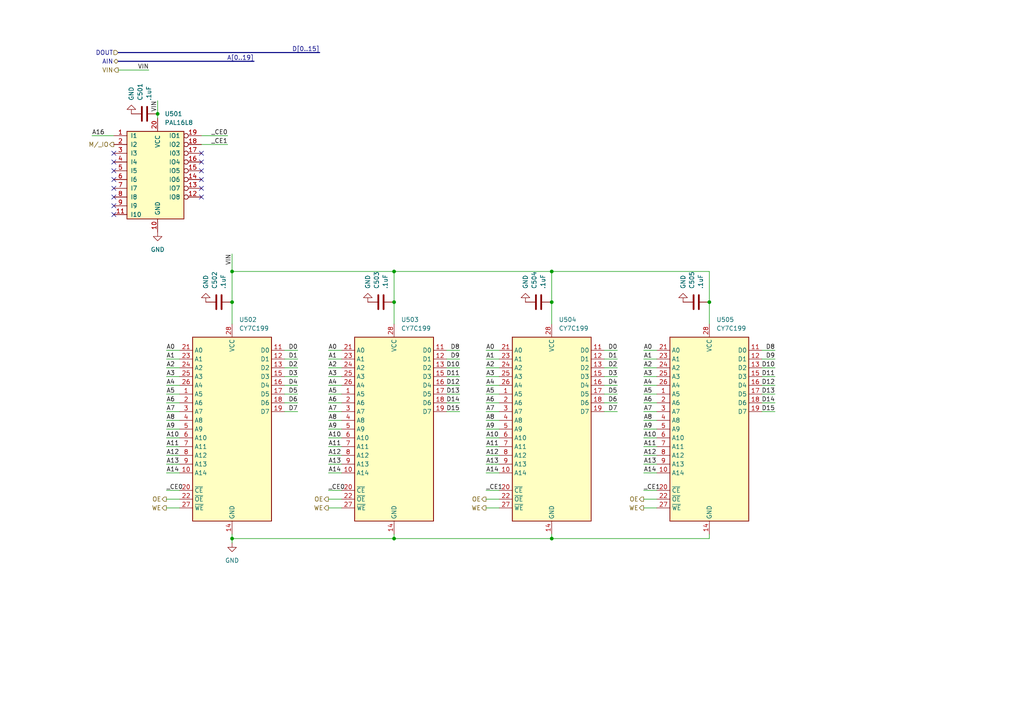
<source format=kicad_sch>
(kicad_sch (version 20211123) (generator eeschema)
  (paper "A4")
  (lib_symbols
    (symbol "Device:C" (pin_numbers hide) (pin_names (offset 0.254))
      (property "Reference" "C" (at 0.635 2.54 0))
      (property "Value" "C" (at 0.635 -2.54 0))
      (symbol "C_0_1"
        (polyline (pts (xy -2.032 -0.762) (xy 2.032 -0.762)) (stroke (width 0.508)))
        (polyline (pts (xy -2.032 0.762) (xy 2.032 0.762)) (stroke (width 0.508)))
      )
      (symbol "C_1_1"
        (pin passive line (at 0 3.81 270) (length 2.794) (name "~") (number "1"))
        (pin passive line (at 0 -3.81 90) (length 2.794) (name "~") (number "2"))
      )
    )
    (symbol "Logic_Programmable:PAL16L8" (pin_names (offset 1.016))
      (property "Reference" "U" (at -8.89 16.51 0))
      (property "Value" "PAL16L8" (at 1.27 16.51 0))
      (symbol "PAL16L8_0_0"
        (pin power_in line (at 0 -15.24 90) (length 3.81) (name "GND") (number "10"))
        (pin power_in line (at 0 17.78 270) (length 3.81) (name "VCC") (number "20"))
      )
      (symbol "PAL16L8_0_1"
        (rectangle (start -8.89 13.97) (end 7.62 -11.43) (stroke (width 0.254)) (fill (type background)))
      )
      (symbol "PAL16L8_1_1"
        (pin input line (at -12.7 12.7 0) (length 3.81) (name "I1") (number "1"))
        (pin input line (at -12.7 -10.16 0) (length 3.81) (name "I10") (number "11"))
        (pin tri_state inverted (at 12.7 -5.08 180) (length 5.08) (name "IO8") (number "12"))
        (pin tri_state inverted (at 12.7 -2.54 180) (length 5.08) (name "IO7") (number "13"))
        (pin tri_state inverted (at 12.7 0 180) (length 5.08) (name "IO6") (number "14"))
        (pin tri_state inverted (at 12.7 2.54 180) (length 5.08) (name "IO5") (number "15"))
        (pin tri_state inverted (at 12.7 5.08 180) (length 5.08) (name "IO4") (number "16"))
        (pin tri_state inverted (at 12.7 7.62 180) (length 5.08) (name "I03") (number "17"))
        (pin tri_state inverted (at 12.7 10.16 180) (length 5.08) (name "IO2") (number "18"))
        (pin tri_state inverted (at 12.7 12.7 180) (length 5.08) (name "IO1") (number "19"))
        (pin input line (at -12.7 10.16 0) (length 3.81) (name "I2") (number "2"))
        (pin input line (at -12.7 7.62 0) (length 3.81) (name "I3") (number "3"))
        (pin input line (at -12.7 5.08 0) (length 3.81) (name "I4") (number "4"))
        (pin input line (at -12.7 2.54 0) (length 3.81) (name "I5") (number "5"))
        (pin input line (at -12.7 0 0) (length 3.81) (name "I6") (number "6"))
        (pin input line (at -12.7 -2.54 0) (length 3.81) (name "I7") (number "7"))
        (pin input line (at -12.7 -5.08 0) (length 3.81) (name "I8") (number "8"))
        (pin input line (at -12.7 -7.62 0) (length 3.81) (name "I9") (number "9"))
      )
    )
    (symbol "Memory_RAM:CY7C199"
      (property "Reference" "U" (at -11.43 27.94 0))
      (property "Value" "CY7C199" (at 3.81 27.94 0))
      (symbol "CY7C199_0_0"
        (pin power_in line (at 0 -30.48 90) (length 3.81) (name "GND") (number "14"))
        (pin power_in line (at 0 30.48 270) (length 3.81) (name "VCC") (number "28"))
      )
      (symbol "CY7C199_0_1"
        (rectangle (start -11.43 26.67) (end 11.43 -26.67) (stroke (width 0.254)) (fill (type background)))
      )
      (symbol "CY7C199_1_1"
        (pin input line (at -15.24 10.16 0) (length 3.81) (name "A5") (number "1"))
        (pin input line (at -15.24 -12.7 0) (length 3.81) (name "A14") (number "10"))
        (pin tri_state line (at 15.24 22.86 180) (length 3.81) (name "D0") (number "11"))
        (pin tri_state line (at 15.24 20.32 180) (length 3.81) (name "D1") (number "12"))
        (pin tri_state line (at 15.24 17.78 180) (length 3.81) (name "D2") (number "13"))
        (pin tri_state line (at 15.24 15.24 180) (length 3.81) (name "D3") (number "15"))
        (pin tri_state line (at 15.24 12.7 180) (length 3.81) (name "D4") (number "16"))
        (pin tri_state line (at 15.24 10.16 180) (length 3.81) (name "D5") (number "17"))
        (pin tri_state line (at 15.24 7.62 180) (length 3.81) (name "D6") (number "18"))
        (pin tri_state line (at 15.24 5.08 180) (length 3.81) (name "D7") (number "19"))
        (pin input line (at -15.24 7.62 0) (length 3.81) (name "A6") (number "2"))
        (pin input line (at -15.24 -17.78 0) (length 3.81) (name "~{CE}") (number "20"))
        (pin input line (at -15.24 22.86 0) (length 3.81) (name "A0") (number "21"))
        (pin input line (at -15.24 -20.32 0) (length 3.81) (name "~{OE}") (number "22"))
        (pin input line (at -15.24 20.32 0) (length 3.81) (name "A1") (number "23"))
        (pin input line (at -15.24 17.78 0) (length 3.81) (name "A2") (number "24"))
        (pin input line (at -15.24 15.24 0) (length 3.81) (name "A3") (number "25"))
        (pin input line (at -15.24 12.7 0) (length 3.81) (name "A4") (number "26"))
        (pin input line (at -15.24 -22.86 0) (length 3.81) (name "~{WE}") (number "27"))
        (pin input line (at -15.24 5.08 0) (length 3.81) (name "A7") (number "3"))
        (pin input line (at -15.24 2.54 0) (length 3.81) (name "A8") (number "4"))
        (pin input line (at -15.24 0 0) (length 3.81) (name "A9") (number "5"))
        (pin input line (at -15.24 -2.54 0) (length 3.81) (name "A10") (number "6"))
        (pin input line (at -15.24 -5.08 0) (length 3.81) (name "A11") (number "7"))
        (pin input line (at -15.24 -7.62 0) (length 3.81) (name "A12") (number "8"))
        (pin input line (at -15.24 -10.16 0) (length 3.81) (name "A13") (number "9"))
      )
    )
    (symbol "power:GND" (power) (pin_names (offset 0))
      (property "Value" "GND" (at 0 -3.81 0))
      (symbol "GND_0_1"
        (polyline (pts (xy 0 0) (xy 0 -1.27) (xy 1.27 -1.27) (xy 0 -2.54) (xy -1.27 -1.27) (xy 0 -1.27)))
      )
      (symbol "GND_1_1"
        (pin power_in line (at 0 0 270) (length 0) hide (name "GND") (number "1"))
      )
    )
  )
  (junction (at 67.31 156.21))
  (junction (at 45.72 33.02))
  (junction (at 114.3 156.21))
  (junction (at 67.31 87.63))
  (junction (at 114.3 87.63))
  (junction (at 205.74 87.63))
  (junction (at 160.02 156.21))
  (junction (at 67.31 78.74))
  (junction (at 160.02 78.74))
  (junction (at 160.02 87.63))
  (junction (at 114.3 78.74))
  (no_connect (at 58.42 46.99))
  (no_connect (at 58.42 49.53))
  (no_connect (at 58.42 52.07))
  (no_connect (at 58.42 54.61))
  (no_connect (at 58.42 57.15))
  (no_connect (at 33.02 62.23))
  (no_connect (at 33.02 59.69))
  (no_connect (at 33.02 57.15))
  (no_connect (at 33.02 54.61))
  (no_connect (at 33.02 52.07))
  (no_connect (at 33.02 49.53))
  (no_connect (at 33.02 46.99))
  (no_connect (at 33.02 44.45))
  (no_connect (at 58.42 44.45))
  (wire (pts (xy 82.55 114.3) (xy 86.36 114.3)))
  (wire (pts (xy 220.98 109.22) (xy 224.79 109.22)))
  (wire (pts (xy 160.02 87.63) (xy 160.02 93.98)))
  (wire (pts (xy 95.25 137.16) (xy 99.06 137.16)))
  (wire (pts (xy 186.69 142.24) (xy 190.5 142.24)))
  (wire (pts (xy 95.25 104.14) (xy 99.06 104.14)))
  (wire (pts (xy 186.69 127) (xy 190.5 127)))
  (wire (pts (xy 186.69 106.68) (xy 190.5 106.68)))
  (wire (pts (xy 140.97 119.38) (xy 144.78 119.38)))
  (wire (pts (xy 48.26 106.68) (xy 52.07 106.68)))
  (wire (pts (xy 220.98 119.38) (xy 224.79 119.38)))
  (wire (pts (xy 220.98 116.84) (xy 224.79 116.84)))
  (wire (pts (xy 140.97 104.14) (xy 144.78 104.14)))
  (wire (pts (xy 186.69 134.62) (xy 190.5 134.62)))
  (wire (pts (xy 186.69 116.84) (xy 190.5 116.84)))
  (wire (pts (xy 67.31 154.94) (xy 67.31 156.21)))
  (wire (pts (xy 220.98 104.14) (xy 224.79 104.14)))
  (wire (pts (xy 95.25 129.54) (xy 99.06 129.54)))
  (wire (pts (xy 95.25 124.46) (xy 99.06 124.46)))
  (wire (pts (xy 48.26 147.32) (xy 52.07 147.32)))
  (wire (pts (xy 140.97 109.22) (xy 144.78 109.22)))
  (wire (pts (xy 114.3 78.74) (xy 160.02 78.74)))
  (wire (pts (xy 95.25 142.24) (xy 99.06 142.24)))
  (wire (pts (xy 129.54 104.14) (xy 133.35 104.14)))
  (wire (pts (xy 82.55 116.84) (xy 86.36 116.84)))
  (wire (pts (xy 129.54 101.6) (xy 133.35 101.6)))
  (wire (pts (xy 186.69 144.78) (xy 190.5 144.78)))
  (wire (pts (xy 48.26 109.22) (xy 52.07 109.22)))
  (wire (pts (xy 186.69 114.3) (xy 190.5 114.3)))
  (wire (pts (xy 114.3 156.21) (xy 160.02 156.21)))
  (wire (pts (xy 48.26 137.16) (xy 52.07 137.16)))
  (bus (pts (xy 34.29 17.78) (xy 73.66 17.78)))
  (wire (pts (xy 140.97 134.62) (xy 144.78 134.62)))
  (wire (pts (xy 186.69 121.92) (xy 190.5 121.92)))
  (wire (pts (xy 48.26 119.38) (xy 52.07 119.38)))
  (wire (pts (xy 175.26 101.6) (xy 179.07 101.6)))
  (wire (pts (xy 95.25 109.22) (xy 99.06 109.22)))
  (wire (pts (xy 129.54 106.68) (xy 133.35 106.68)))
  (wire (pts (xy 67.31 78.74) (xy 67.31 87.63)))
  (wire (pts (xy 160.02 156.21) (xy 160.02 154.94)))
  (wire (pts (xy 48.26 124.46) (xy 52.07 124.46)))
  (bus (pts (xy 34.29 15.24) (xy 92.71 15.24)))
  (wire (pts (xy 95.25 116.84) (xy 99.06 116.84)))
  (wire (pts (xy 82.55 111.76) (xy 86.36 111.76)))
  (wire (pts (xy 129.54 114.3) (xy 133.35 114.3)))
  (wire (pts (xy 186.69 101.6) (xy 190.5 101.6)))
  (wire (pts (xy 186.69 129.54) (xy 190.5 129.54)))
  (wire (pts (xy 82.55 119.38) (xy 86.36 119.38)))
  (wire (pts (xy 140.97 114.3) (xy 144.78 114.3)))
  (wire (pts (xy 220.98 101.6) (xy 224.79 101.6)))
  (wire (pts (xy 160.02 78.74) (xy 160.02 87.63)))
  (wire (pts (xy 140.97 127) (xy 144.78 127)))
  (wire (pts (xy 140.97 121.92) (xy 144.78 121.92)))
  (wire (pts (xy 129.54 119.38) (xy 133.35 119.38)))
  (wire (pts (xy 129.54 111.76) (xy 133.35 111.76)))
  (wire (pts (xy 95.25 127) (xy 99.06 127)))
  (wire (pts (xy 82.55 104.14) (xy 86.36 104.14)))
  (wire (pts (xy 95.25 121.92) (xy 99.06 121.92)))
  (wire (pts (xy 205.74 78.74) (xy 205.74 87.63)))
  (wire (pts (xy 95.25 119.38) (xy 99.06 119.38)))
  (wire (pts (xy 48.26 142.24) (xy 52.07 142.24)))
  (wire (pts (xy 186.69 147.32) (xy 190.5 147.32)))
  (wire (pts (xy 95.25 144.78) (xy 99.06 144.78)))
  (wire (pts (xy 48.26 129.54) (xy 52.07 129.54)))
  (wire (pts (xy 45.72 29.21) (xy 45.72 33.02)))
  (wire (pts (xy 58.42 39.37) (xy 66.04 39.37)))
  (wire (pts (xy 140.97 116.84) (xy 144.78 116.84)))
  (wire (pts (xy 160.02 156.21) (xy 205.74 156.21)))
  (wire (pts (xy 95.25 111.76) (xy 99.06 111.76)))
  (wire (pts (xy 82.55 106.68) (xy 86.36 106.68)))
  (wire (pts (xy 114.3 156.21) (xy 114.3 154.94)))
  (wire (pts (xy 140.97 101.6) (xy 144.78 101.6)))
  (wire (pts (xy 48.26 114.3) (xy 52.07 114.3)))
  (wire (pts (xy 186.69 132.08) (xy 190.5 132.08)))
  (wire (pts (xy 48.26 111.76) (xy 52.07 111.76)))
  (wire (pts (xy 175.26 111.76) (xy 179.07 111.76)))
  (wire (pts (xy 95.25 147.32) (xy 99.06 147.32)))
  (wire (pts (xy 82.55 109.22) (xy 86.36 109.22)))
  (wire (pts (xy 82.55 101.6) (xy 86.36 101.6)))
  (wire (pts (xy 95.25 114.3) (xy 99.06 114.3)))
  (wire (pts (xy 205.74 87.63) (xy 205.74 93.98)))
  (wire (pts (xy 129.54 109.22) (xy 133.35 109.22)))
  (wire (pts (xy 186.69 111.76) (xy 190.5 111.76)))
  (wire (pts (xy 175.26 119.38) (xy 179.07 119.38)))
  (wire (pts (xy 48.26 101.6) (xy 52.07 101.6)))
  (wire (pts (xy 114.3 78.74) (xy 114.3 87.63)))
  (wire (pts (xy 140.97 132.08) (xy 144.78 132.08)))
  (wire (pts (xy 67.31 78.74) (xy 114.3 78.74)))
  (wire (pts (xy 34.29 20.32) (xy 43.18 20.32)))
  (wire (pts (xy 95.25 132.08) (xy 99.06 132.08)))
  (wire (pts (xy 67.31 73.66) (xy 67.31 78.74)))
  (wire (pts (xy 175.26 116.84) (xy 179.07 116.84)))
  (wire (pts (xy 95.25 101.6) (xy 99.06 101.6)))
  (wire (pts (xy 205.74 156.21) (xy 205.74 154.94)))
  (wire (pts (xy 175.26 114.3) (xy 179.07 114.3)))
  (wire (pts (xy 140.97 129.54) (xy 144.78 129.54)))
  (wire (pts (xy 48.26 144.78) (xy 52.07 144.78)))
  (wire (pts (xy 220.98 114.3) (xy 224.79 114.3)))
  (wire (pts (xy 48.26 121.92) (xy 52.07 121.92)))
  (wire (pts (xy 140.97 137.16) (xy 144.78 137.16)))
  (wire (pts (xy 48.26 104.14) (xy 52.07 104.14)))
  (wire (pts (xy 220.98 111.76) (xy 224.79 111.76)))
  (wire (pts (xy 175.26 104.14) (xy 179.07 104.14)))
  (wire (pts (xy 140.97 124.46) (xy 144.78 124.46)))
  (wire (pts (xy 67.31 156.21) (xy 67.31 157.48)))
  (wire (pts (xy 67.31 156.21) (xy 114.3 156.21)))
  (wire (pts (xy 140.97 106.68) (xy 144.78 106.68)))
  (wire (pts (xy 175.26 109.22) (xy 179.07 109.22)))
  (wire (pts (xy 45.72 33.02) (xy 45.72 34.29)))
  (wire (pts (xy 95.25 106.68) (xy 99.06 106.68)))
  (wire (pts (xy 140.97 144.78) (xy 144.78 144.78)))
  (wire (pts (xy 26.67 39.37) (xy 33.02 39.37)))
  (wire (pts (xy 175.26 106.68) (xy 179.07 106.68)))
  (wire (pts (xy 48.26 127) (xy 52.07 127)))
  (wire (pts (xy 160.02 78.74) (xy 205.74 78.74)))
  (wire (pts (xy 48.26 116.84) (xy 52.07 116.84)))
  (wire (pts (xy 67.31 87.63) (xy 67.31 93.98)))
  (wire (pts (xy 186.69 109.22) (xy 190.5 109.22)))
  (wire (pts (xy 186.69 137.16) (xy 190.5 137.16)))
  (wire (pts (xy 48.26 132.08) (xy 52.07 132.08)))
  (wire (pts (xy 95.25 134.62) (xy 99.06 134.62)))
  (wire (pts (xy 58.42 41.91) (xy 66.04 41.91)))
  (wire (pts (xy 114.3 87.63) (xy 114.3 93.98)))
  (wire (pts (xy 140.97 147.32) (xy 144.78 147.32)))
  (wire (pts (xy 140.97 142.24) (xy 144.78 142.24)))
  (wire (pts (xy 186.69 104.14) (xy 190.5 104.14)))
  (wire (pts (xy 186.69 124.46) (xy 190.5 124.46)))
  (wire (pts (xy 186.69 119.38) (xy 190.5 119.38)))
  (wire (pts (xy 129.54 116.84) (xy 133.35 116.84)))
  (wire (pts (xy 220.98 106.68) (xy 224.79 106.68)))
  (wire (pts (xy 140.97 111.76) (xy 144.78 111.76)))
  (wire (pts (xy 48.26 134.62) (xy 52.07 134.62)))
  (label "A12" (at 140.97 132.08 0))
  (label "A2" (at 95.25 106.68 0))
  (label "A2" (at 140.97 106.68 0))
  (label "A7" (at 95.25 119.38 0))
  (label "_CE1" (at 186.69 142.24 0))
  (label "D0" (at 86.36 101.6 180))
  (label "A[0..19]" (at 73.66 17.78 180))
  (label "A13" (at 48.26 134.62 0))
  (label "A5" (at 48.26 114.3 0))
  (label "D11" (at 224.79 109.22 180))
  (label "A9" (at 186.69 124.46 0))
  (label "A14" (at 140.97 137.16 0))
  (label "D[0..15]" (at 92.71 15.24 180))
  (label "A0" (at 48.26 101.6 0))
  (label "A1" (at 186.69 104.14 0))
  (label "VIN" (at 43.18 20.32 180))
  (label "A10" (at 95.25 127 0))
  (label "D1" (at 179.07 104.14 180))
  (label "D2" (at 179.07 106.68 180))
  (label "A6" (at 48.26 116.84 0))
  (label "D4" (at 179.07 111.76 180))
  (label "A13" (at 95.25 134.62 0))
  (label "A16" (at 26.67 39.37 0))
  (label "D10" (at 224.79 106.68 180))
  (label "VIN" (at 67.31 73.66 270))
  (label "D12" (at 133.35 111.76 180))
  (label "A0" (at 140.97 101.6 0))
  (label "D15" (at 224.79 119.38 180))
  (label "_CE1" (at 140.97 142.24 0))
  (label "A7" (at 48.26 119.38 0))
  (label "A4" (at 140.97 111.76 0))
  (label "A6" (at 186.69 116.84 0))
  (label "A8" (at 140.97 121.92 0))
  (label "A13" (at 140.97 134.62 0))
  (label "A11" (at 95.25 129.54 0))
  (label "D0" (at 179.07 101.6 180))
  (label "_CE0" (at 95.25 142.24 0))
  (label "D1" (at 86.36 104.14 180))
  (label "A4" (at 95.25 111.76 0))
  (label "D3" (at 86.36 109.22 180))
  (label "A10" (at 140.97 127 0))
  (label "A5" (at 140.97 114.3 0))
  (label "A6" (at 140.97 116.84 0))
  (label "A9" (at 95.25 124.46 0))
  (label "D8" (at 224.79 101.6 180))
  (label "D9" (at 224.79 104.14 180))
  (label "A3" (at 186.69 109.22 0))
  (label "_CE0" (at 66.04 39.37 180))
  (label "A10" (at 48.26 127 0))
  (label "A2" (at 186.69 106.68 0))
  (label "A12" (at 186.69 132.08 0))
  (label "D7" (at 86.36 119.38 180))
  (label "D5" (at 179.07 114.3 180))
  (label "D11" (at 133.35 109.22 180))
  (label "A4" (at 48.26 111.76 0))
  (label "A4" (at 186.69 111.76 0))
  (label "D14" (at 133.35 116.84 180))
  (label "A0" (at 95.25 101.6 0))
  (label "D14" (at 224.79 116.84 180))
  (label "A9" (at 140.97 124.46 0))
  (label "A7" (at 140.97 119.38 0))
  (label "A13" (at 186.69 134.62 0))
  (label "A5" (at 186.69 114.3 0))
  (label "A3" (at 140.97 109.22 0))
  (label "D3" (at 179.07 109.22 180))
  (label "A12" (at 48.26 132.08 0))
  (label "D6" (at 179.07 116.84 180))
  (label "A5" (at 95.25 114.3 0))
  (label "D6" (at 86.36 116.84 180))
  (label "A14" (at 186.69 137.16 0))
  (label "_CE1" (at 66.04 41.91 180))
  (label "A2" (at 48.26 106.68 0))
  (label "A14" (at 48.26 137.16 0))
  (label "A8" (at 95.25 121.92 0))
  (label "A1" (at 140.97 104.14 0))
  (label "A11" (at 48.26 129.54 0))
  (label "D10" (at 133.35 106.68 180))
  (label "A9" (at 48.26 124.46 0))
  (label "D13" (at 224.79 114.3 180))
  (label "A6" (at 95.25 116.84 0))
  (label "A3" (at 48.26 109.22 0))
  (label "VIN" (at 45.72 29.21 270))
  (label "D8" (at 133.35 101.6 180))
  (label "A10" (at 186.69 127 0))
  (label "A8" (at 48.26 121.92 0))
  (label "D5" (at 86.36 114.3 180))
  (label "A14" (at 95.25 137.16 0))
  (label "D13" (at 133.35 114.3 180))
  (label "A12" (at 95.25 132.08 0))
  (label "D12" (at 224.79 111.76 180))
  (label "A0" (at 186.69 101.6 0))
  (label "D15" (at 133.35 119.38 180))
  (label "D9" (at 133.35 104.14 180))
  (label "D2" (at 86.36 106.68 180))
  (label "A11" (at 186.69 129.54 0))
  (label "D4" (at 86.36 111.76 180))
  (label "A7" (at 186.69 119.38 0))
  (label "D7" (at 179.07 119.38 180))
  (label "A1" (at 48.26 104.14 0))
  (label "A1" (at 95.25 104.14 0))
  (label "A8" (at 186.69 121.92 0))
  (label "_CE0" (at 48.26 142.24 0))
  (label "A3" (at 95.25 109.22 0))
  (label "A11" (at 140.97 129.54 0))
  (hierarchical_label "WE" (shape output) (at 140.97 147.32 180))
  (hierarchical_label "OE" (shape output) (at 95.25 144.78 180))
  (hierarchical_label "AIN" (shape bidirectional) (at 34.29 17.78 180))
  (hierarchical_label "M{slash}_IO" (shape output) (at 33.02 41.91 180))
  (hierarchical_label "OE" (shape output) (at 140.97 144.78 180))
  (hierarchical_label "DOUT" (shape input) (at 34.29 15.24 180))
  (hierarchical_label "WE" (shape output) (at 186.69 147.32 180))
  (hierarchical_label "OE" (shape output) (at 186.69 144.78 180))
  (hierarchical_label "OE" (shape output) (at 48.26 144.78 180))
  (hierarchical_label "WE" (shape output) (at 95.25 147.32 180))
  (hierarchical_label "VIN" (shape output) (at 34.29 20.32 180))
  (hierarchical_label "WE" (shape output) (at 48.26 147.32 180))
  (symbol (lib_id "power:GND") (at 59.69 87.63 180) (unit 1)
    (property "Reference" "#PWR0503" (effects hide))
    (property "Value" "GND" (at 59.6899 83.82 90) (effects (justify right)))
  )
  (symbol (lib_id "power:GND") (at 67.31 157.48 0) (unit 1)
    (property "Reference" "#PWR0504" (effects hide))
    (property "Value" "GND" (at 67.31 162.56 0))
  )
  (symbol (lib_id "Device:C") (at 110.49 87.63 90) (unit 1)
    (property "Reference" "C503" (at 109.2199 83.82 0) (effects (justify left)))
    (property "Value" ".1uF" (at 111.7599 83.82 0) (effects (justify left)))
    (property "Footprint" "Capacitor_SMD:CP_Elec_3x5.3" (effects hide))
  )
  (symbol (lib_id "Memory_RAM:CY7C199") (at 205.74 124.46 0) (unit 1)
    (property "Reference" "U505" (at 207.7594 92.71 0) (effects (justify left)))
    (property "Value" "CY7C199" (at 207.7594 95.25 0) (effects (justify left)))
    (property "Footprint" "Package_DIP:DIP-28_W15.24mm" (effects hide))
  )
  (symbol (lib_id "Memory_RAM:CY7C199") (at 114.3 124.46 0) (unit 1)
    (property "Reference" "U503" (at 116.3194 92.71 0) (effects (justify left)))
    (property "Value" "CY7C199" (at 116.3194 95.25 0) (effects (justify left)))
    (property "Footprint" "Package_DIP:DIP-28_W15.24mm" (effects hide))
  )
  (symbol (lib_id "power:GND") (at 38.1 33.02 180) (unit 1)
    (property "Reference" "#PWR0501" (effects hide))
    (property "Value" "GND" (at 38.0999 29.21 90) (effects (justify right)))
  )
  (symbol (lib_id "Device:C") (at 201.93 87.63 90) (unit 1)
    (property "Reference" "C505" (at 200.6599 83.82 0) (effects (justify left)))
    (property "Value" ".1uF" (at 203.1999 83.82 0) (effects (justify left)))
    (property "Footprint" "Capacitor_SMD:CP_Elec_3x5.3" (effects hide))
  )
  (symbol (lib_id "Memory_RAM:CY7C199") (at 67.31 124.46 0) (unit 1)
    (property "Reference" "U502" (at 69.3294 92.71 0) (effects (justify left)))
    (property "Value" "CY7C199" (at 69.3294 95.25 0) (effects (justify left)))
    (property "Footprint" "Package_DIP:DIP-28_W15.24mm" (effects hide))
  )
  (symbol (lib_id "power:GND") (at 198.12 87.63 180) (unit 1)
    (property "Reference" "#PWR0507" (effects hide))
    (property "Value" "GND" (at 198.1199 83.82 90) (effects (justify right)))
  )
  (symbol (lib_id "power:GND") (at 45.72 67.31 0) (unit 1)
    (property "Reference" "#PWR0502" (effects hide))
    (property "Value" "GND" (at 45.72 72.39 0))
  )
  (symbol (lib_id "Logic_Programmable:PAL16L8") (at 45.72 52.07 0) (unit 1)
    (property "Reference" "U501" (at 47.7394 33.02 0) (effects (justify left)))
    (property "Value" "PAL16L8" (at 47.7394 35.56 0) (effects (justify left)))
    (property "Footprint" "Package_DIP:DIP-20_W7.62mm" (effects hide))
  )
  (symbol (lib_id "power:GND") (at 152.4 87.63 180) (unit 1)
    (property "Reference" "#PWR0506" (effects hide))
    (property "Value" "GND" (at 152.3999 83.82 90) (effects (justify right)))
  )
  (symbol (lib_id "power:GND") (at 106.68 87.63 180) (unit 1)
    (property "Reference" "#PWR0505" (effects hide))
    (property "Value" "GND" (at 106.6799 83.82 90) (effects (justify right)))
  )
  (symbol (lib_id "Device:C") (at 63.5 87.63 90) (unit 1)
    (property "Reference" "C502" (at 62.2299 83.82 0) (effects (justify left)))
    (property "Value" ".1uF" (at 64.7699 83.82 0) (effects (justify left)))
    (property "Footprint" "Capacitor_SMD:CP_Elec_3x5.3" (effects hide))
  )
  (symbol (lib_id "Device:C") (at 41.91 33.02 90) (unit 1)
    (property "Reference" "C501" (at 40.6399 29.21 0) (effects (justify left)))
    (property "Value" ".1uF" (at 43.1799 29.21 0) (effects (justify left)))
    (property "Footprint" "Capacitor_SMD:CP_Elec_3x5.3" (effects hide))
  )
  (symbol (lib_id "Device:C") (at 156.21 87.63 90) (unit 1)
    (property "Reference" "C504" (at 154.9399 83.82 0) (effects (justify left)))
    (property "Value" ".1uF" (at 157.4799 83.82 0) (effects (justify left)))
    (property "Footprint" "Capacitor_SMD:CP_Elec_3x5.3" (effects hide))
  )
  (symbol (lib_id "Memory_RAM:CY7C199") (at 160.02 124.46 0) (unit 1)
    (property "Reference" "U504" (at 162.0394 92.71 0) (effects (justify left)))
    (property "Value" "CY7C199" (at 162.0394 95.25 0) (effects (justify left)))
    (property "Footprint" "Package_DIP:DIP-28_W15.24mm" (effects hide))
  )
)
</source>
